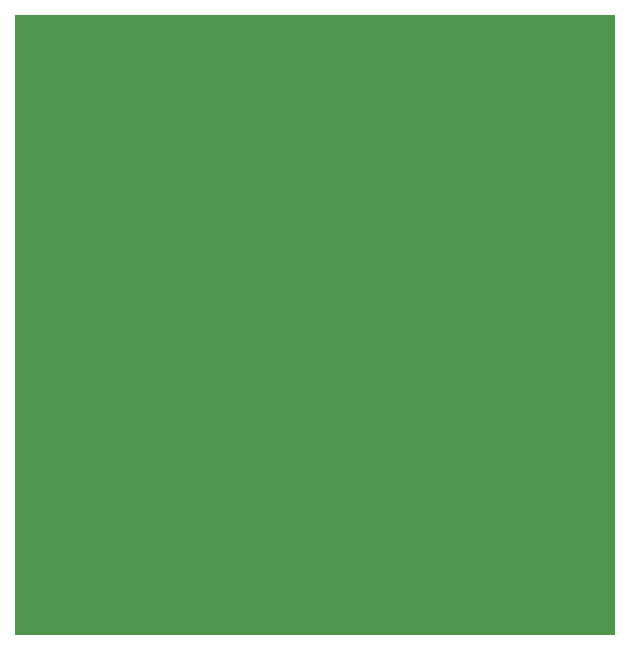
<source format=gbr>
G04 #@! TF.FileFunction,Copper,L2,Bot,Signal*
%FSLAX46Y46*%
G04 Gerber Fmt 4.6, Leading zero omitted, Abs format (unit mm)*
G04 Created by KiCad (PCBNEW 4.0.5) date 04/05/17 16:10:39*
%MOMM*%
%LPD*%
G01*
G04 APERTURE LIST*
%ADD10C,0.025400*%
%ADD11R,2.420000X6.480000*%
%ADD12C,0.970000*%
%ADD13R,50.800000X45.720000*%
%ADD14C,0.508000*%
%ADD15C,0.139700*%
G04 APERTURE END LIST*
D10*
D11*
X17527500Y3234500D03*
X26287500Y3234500D03*
D12*
X17527500Y5974500D03*
X26287500Y5974500D03*
D13*
X25400000Y29591000D03*
D14*
X21170900Y6565900D03*
X21170900Y5753100D03*
D15*
G36*
X50730150Y69850D02*
X69850Y69850D01*
X69850Y52381150D01*
X50730150Y52381150D01*
X50730150Y69850D01*
X50730150Y69850D01*
G37*
X50730150Y69850D02*
X69850Y69850D01*
X69850Y52381150D01*
X50730150Y52381150D01*
X50730150Y69850D01*
M02*

</source>
